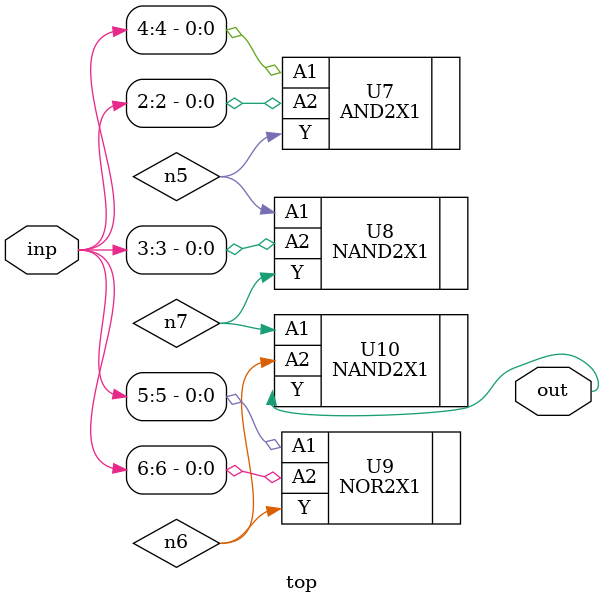
<source format=sv>


module top ( inp, out );
  input [6:0] inp;
  output out;
  wire   n5, n6, n7;

  AND2X1 U7 ( .A1(inp[4]), .A2(inp[2]), .Y(n5) );
  NAND2X1 U8 ( .A1(n5), .A2(inp[3]), .Y(n7) );
  NOR2X1 U9 ( .A1(inp[5]), .A2(inp[6]), .Y(n6) );
  NAND2X1 U10 ( .A1(n7), .A2(n6), .Y(out) );
endmodule


</source>
